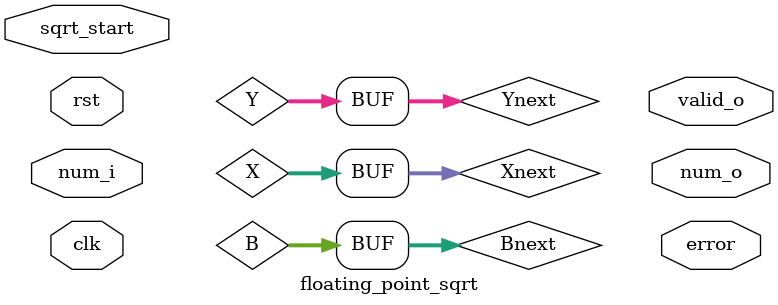
<source format=sv>
`timescale 1ns / 1ps

module floating_point_sqrt(input clk, input rst, input sqrt_start, input [15:0] num_i, output [15:0] num_o, output error, output valid_o);

localparam IDLE=0, COMPUTATION=1, FINE=2;
reg state,state_next;
reg [7:0] mantissa, exponent;

reg [7:0] B,Bnext;
reg [7:0] X,Xnext;
reg [7:0] Y,Ynext;
reg [7:0] counter,counter_next;


always@(posedge clk)///////////////////////////////////////////////////////////////////////////////////////SERIAL BLOCK
///////////////////////////////////////////////////////////////////////////////////////////////////////////////////////
    begin
        B<=Bnext;
        X<=Xnext;
        Y<=Ynext;
        state<=state_next;
        counter<=counter_next;
    end



always@(*) /////////////////////////////////////////////////////////////////////////////////////////// SEQUENTIAL BLOCK
///////////////////////////////////////////////////////////////////////////////////////////////////////////////////////
    begin
    
    Bnext=B;
    Xnext=X;
    Ynext=Y;
    if(rst)
        begin 
            counter_next=0;
            state_next=IDLE;
        end
    else
    begin
        case (state)
        IDLE: //////////////////////////////////////////////////////////////////////////////////////--IDLE STATE
        begin   
          if (sqrt_start) 
          begin 
              if ( num_i[15]==1'b0)  begin state_next=FINE; end
              else  begin
                    state_next=COMPUTATION; 
                    if (num_i[7]) begin exponent=num_i[15:7]+1; mantissa=8'b1000000; end
                    else          begin exponent=num_i[15:7]+2; mantissa=8'b1000000; end
              end  
          end 
        end
          
        COMPUTATION: ////////////////////////////////////////////////////////////////////////--COMPUTATION STATE
        begin 
            if (counter<5)
            begin 

            end 
        end
        
        FINE:   //////////////////////////////////////////////////////////////////////////////////-- FINAL STATE
        begin 
        end
        
        endcase
    end     
end

endmodule 

</source>
